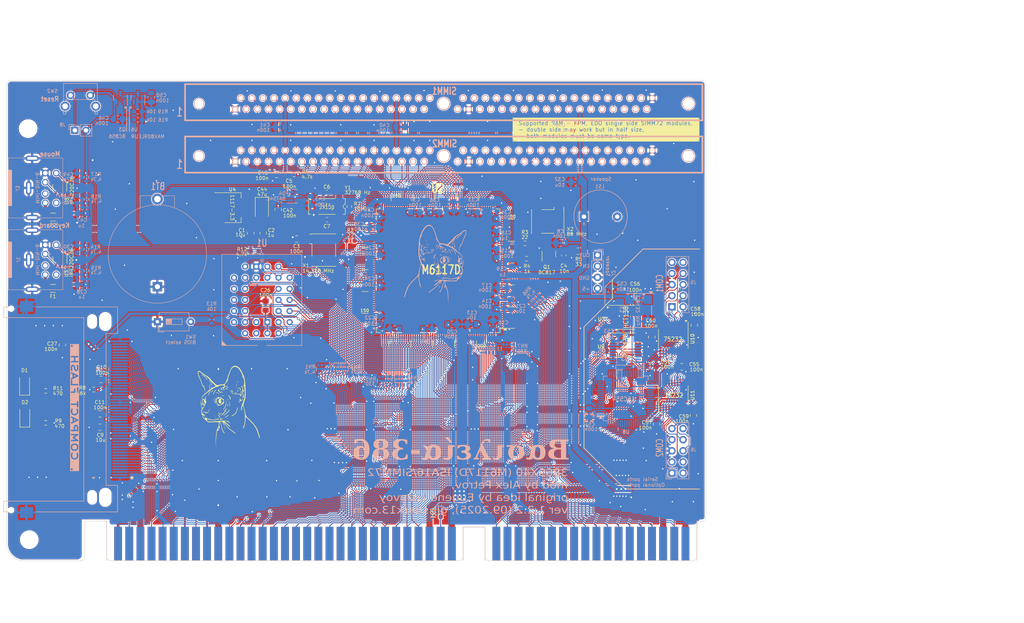
<source format=kicad_pcb>
(kicad_pcb
	(version 20241229)
	(generator "pcbnew")
	(generator_version "9.0")
	(general
		(thickness 1.6)
		(legacy_teardrops no)
	)
	(paper "A4")
	(title_block
		(title "Basilea 386SX (M6117D) Mainboard ISA16 SIMM72")
		(date "2025-09-13")
		(rev "1.2.2")
		(company "Alexander Petrov")
	)
	(layers
		(0 "F.Cu" signal)
		(2 "B.Cu" signal)
		(9 "F.Adhes" user "F.Adhesive")
		(11 "B.Adhes" user "B.Adhesive")
		(13 "F.Paste" user)
		(15 "B.Paste" user)
		(5 "F.SilkS" user "F.Silkscreen")
		(7 "B.SilkS" user "B.Silkscreen")
		(1 "F.Mask" user)
		(3 "B.Mask" user)
		(17 "Dwgs.User" user "User.Drawings")
		(19 "Cmts.User" user "User.Comments")
		(21 "Eco1.User" user "User.Eco1")
		(23 "Eco2.User" user "User.Eco2")
		(25 "Edge.Cuts" user)
		(27 "Margin" user)
		(31 "F.CrtYd" user "F.Courtyard")
		(29 "B.CrtYd" user "B.Courtyard")
		(35 "F.Fab" user)
		(33 "B.Fab" user)
	)
	(setup
		(stackup
			(layer "F.SilkS"
				(type "Top Silk Screen")
			)
			(layer "F.Paste"
				(type "Top Solder Paste")
			)
			(layer "F.Mask"
				(type "Top Solder Mask")
				(color "Blue")
				(thickness 0.01)
			)
			(layer "F.Cu"
				(type "copper")
				(thickness 0.035)
			)
			(layer "dielectric 1"
				(type "core")
				(thickness 1.51)
				(material "FR4")
				(epsilon_r 4.5)
				(loss_tangent 0.02)
			)
			(layer "B.Cu"
				(type "copper")
				(thickness 0.035)
			)
			(layer "B.Mask"
				(type "Bottom Solder Mask")
				(color "Blue")
				(thickness 0.01)
			)
			(layer "B.Paste"
				(type "Bottom Solder Paste")
			)
			(layer "B.SilkS"
				(type "Bottom Silk Screen")
			)
			(copper_finish "None")
			(dielectric_constraints no)
		)
		(pad_to_mask_clearance 0)
		(allow_soldermask_bridges_in_footprints yes)
		(tenting front back)
		(grid_origin 149.4 47.6)
		(pcbplotparams
			(layerselection 0x00000000_00000000_55555555_575555ff)
			(plot_on_all_layers_selection 0x00000000_00000000_00000000_00000000)
			(disableapertmacros no)
			(usegerberextensions yes)
			(usegerberattributes yes)
			(usegerberadvancedattributes yes)
			(creategerberjobfile yes)
			(dashed_line_dash_ratio 12.000000)
			(dashed_line_gap_ratio 3.000000)
			(svgprecision 6)
			(plotframeref no)
			(mode 1)
			(useauxorigin no)
			(hpglpennumber 1)
			(hpglpenspeed 20)
			(hpglpendiameter 15.000000)
			(pdf_front_fp_property_popups yes)
			(pdf_back_fp_property_popups yes)
			(pdf_metadata yes)
			(pdf_single_document no)
			(dxfpolygonmode yes)
			(dxfimperialunits yes)
			(dxfusepcbnewfont yes)
			(psnegative no)
			(psa4output no)
			(plot_black_and_white yes)
			(sketchpadsonfab no)
			(plotpadnumbers no)
			(hidednponfab no)
			(sketchdnponfab yes)
			(crossoutdnponfab yes)
			(subtractmaskfromsilk yes)
			(outputformat 1)
			(mirror no)
			(drillshape 0)
			(scaleselection 1)
			(outputdirectory "gerber/")
		)
	)
	(net 0 "")
	(net 1 "GND")
	(net 2 "+5V")
	(net 3 "Net-(Q1-C)")
	(net 4 "/DACK1")
	(net 5 "/DACK0")
	(net 6 "Net-(U2-XTAL1)")
	(net 7 "Net-(U2-XTAL2)")
	(net 8 "+BATT")
	(net 9 "+3V3")
	(net 10 "/MEMW")
	(net 11 "/MEMR")
	(net 12 "/REFRESH")
	(net 13 "/MEMCS16")
	(net 14 "/MASTER")
	(net 15 "/IOCS16")
	(net 16 "/DACK5")
	(net 17 "/TC")
	(net 18 "/IOCHRDY")
	(net 19 "/AEN")
	(net 20 "/SD8")
	(net 21 "/SD9")
	(net 22 "/SD10")
	(net 23 "/SD11")
	(net 24 "/SD12")
	(net 25 "/SD13")
	(net 26 "/SD14")
	(net 27 "/SD15")
	(net 28 "/KBSJ")
	(net 29 "/XD7")
	(net 30 "/XD6")
	(net 31 "/XD5")
	(net 32 "/XD4")
	(net 33 "/XD3")
	(net 34 "/BD15")
	(net 35 "/BD14")
	(net 36 "/BD13")
	(net 37 "/BD12")
	(net 38 "/BD11")
	(net 39 "/BD10")
	(net 40 "/BD9")
	(net 41 "/BD8")
	(net 42 "/BD7")
	(net 43 "/BD6")
	(net 44 "/BD5")
	(net 45 "/BD4")
	(net 46 "/BD3")
	(net 47 "/BD2")
	(net 48 "/BD1")
	(net 49 "/BD0")
	(net 50 "/XD2")
	(net 51 "/XD1")
	(net 52 "/XD0")
	(net 53 "/SD7")
	(net 54 "/SD6")
	(net 55 "/SD5")
	(net 56 "/SD4")
	(net 57 "/SD3")
	(net 58 "/SD2")
	(net 59 "/SD1")
	(net 60 "/SD0")
	(net 61 "/SA15")
	(net 62 "/SA14")
	(net 63 "/SA13")
	(net 64 "/SA12")
	(net 65 "/SA11")
	(net 66 "/SA10")
	(net 67 "/SA9")
	(net 68 "/SA8")
	(net 69 "/SA7")
	(net 70 "/SA6")
	(net 71 "/SA5")
	(net 72 "/SA4")
	(net 73 "/SA3")
	(net 74 "/SA2")
	(net 75 "/SA1")
	(net 76 "/SA0")
	(net 77 "/SPKR")
	(net 78 "/WEJ")
	(net 79 "/RASJ0")
	(net 80 "/MA0")
	(net 81 "/MA1")
	(net 82 "/MA2")
	(net 83 "/MA3")
	(net 84 "/MA4")
	(net 85 "/MA5")
	(net 86 "/MA6")
	(net 87 "/MA7")
	(net 88 "/MA8")
	(net 89 "/MA9")
	(net 90 "/CAS0J1")
	(net 91 "/CAS0J0")
	(net 92 "/CAS1J0")
	(net 93 "/CAS1J1")
	(net 94 "/RASJ1")
	(net 95 "/MSCLK")
	(net 96 "/KBCLK")
	(net 97 "/KBDAT")
	(net 98 "/MSDAT")
	(net 99 "unconnected-(CON1-~{CD2}-Pad25)")
	(net 100 "/LA23")
	(net 101 "/LA22")
	(net 102 "/LA21")
	(net 103 "/LA20")
	(net 104 "/LA19")
	(net 105 "/LA18")
	(net 106 "/LA17")
	(net 107 "-12V")
	(net 108 "+12V")
	(net 109 "/SMEMW")
	(net 110 "/IOW")
	(net 111 "/SMEMR")
	(net 112 "/RESETL")
	(net 113 "/IRQ14")
	(net 114 "/IOR")
	(net 115 "/HDCS0")
	(net 116 "/HDCS1")
	(net 117 "unconnected-(CON1-~{CD1}-Pad26)")
	(net 118 "/~{CF_BUSY}")
	(net 119 "unconnected-(CON1-~{VS1}-Pad33)")
	(net 120 "unconnected-(CON1-~{VS2}-Pad40)")
	(net 121 "/DRQ7")
	(net 122 "/DACK7")
	(net 123 "/SBHE")
	(net 124 "/DRQ6")
	(net 125 "/DACK6")
	(net 126 "/DRQ5")
	(net 127 "/DRQ0")
	(net 128 "/DACK2")
	(net 129 "/DRQ1")
	(net 130 "/DRQ3")
	(net 131 "/DACK3")
	(net 132 "/DRQ2")
	(net 133 "Net-(CON1-~{INPACK})")
	(net 134 "unconnected-(CON1-~{PDIAG}-Pad46)")
	(net 135 "/IRQ9")
	(net 136 "/IRQ7")
	(net 137 "/IRQ6")
	(net 138 "/IRQ5")
	(net 139 "/IRQ4")
	(net 140 "/IRQ3")
	(net 141 "/IRQ10")
	(net 142 "/IRQ11")
	(net 143 "/IRQ15")
	(net 144 "/SA19")
	(net 145 "/SA18")
	(net 146 "/SA17")
	(net 147 "/SA16")
	(net 148 "/IOCHK")
	(net 149 "/RSTDRV")
	(net 150 "/NOWS")
	(net 151 "/SYSCLK")
	(net 152 "/BALE")
	(net 153 "/14MHz")
	(net 154 "/CLK2")
	(net 155 "/PWG")
	(net 156 "Net-(D1-K)")
	(net 157 "Net-(D2-K)")
	(net 158 "unconnected-(J1-Pad2)")
	(net 159 "Net-(J8-Pin_1)")
	(net 160 "unconnected-(J1-Pad6)")
	(net 161 "Net-(J2-Pin_1)")
	(net 162 "Net-(J2-Pin_2)")
	(net 163 "unconnected-(J3-Pad6)")
	(net 164 "unconnected-(J3-Pad2)")
	(net 165 "Net-(Q1-B)")
	(net 166 "Net-(U2-OSC14M)")
	(net 167 "Net-(U2-BCLK2)")
	(net 168 "Net-(U1-A17)")
	(net 169 "unconnected-(RN5-R4.1-Pad4)")
	(net 170 "unconnected-(U2-GPIO5-Pad45)")
	(net 171 "unconnected-(U2-GPIO2-Pad42)")
	(net 172 "unconnected-(U2-GPIO0-Pad36)")
	(net 173 "unconnected-(U2-GPIO8-Pad47)")
	(net 174 "unconnected-(U2-GPIO4-Pad44)")
	(net 175 "unconnected-(U2-GPIO9-Pad55)")
	(net 176 "unconnected-(U2-RTCWJ-Pad114)")
	(net 177 "unconnected-(U2-GPIO14-Pad126)")
	(net 178 "unconnected-(U2-GPIO3-Pad43)")
	(net 179 "unconnected-(U2-RTCRJ-Pad115)")
	(net 180 "unconnected-(U2-ENPOWER-Pad35)")
	(net 181 "unconnected-(U2-GPIO7-Pad49)")
	(net 182 "unconnected-(U2-GPIO15-Pad127)")
	(net 183 "unconnected-(U2-GPIO6-Pad48)")
	(net 184 "unconnected-(U2-GPIO13-Pad78)")
	(net 185 "unconnected-(U2-GPIO12-Pad77)")
	(net 186 "unconnected-(U2-GPIO11-Pad57)")
	(net 187 "unconnected-(U2-GPIO1-Pad37)")
	(net 188 "unconnected-(U2-GPCS1J-Pad30)")
	(net 189 "unconnected-(U2-BCLK1-Pad41)")
	(net 190 "unconnected-(U2-GPIO10-Pad56)")
	(net 191 "unconnected-(U2-IRQ8J-Pad116)")
	(net 192 "unconnected-(U2-AS-Pad109)")
	(net 193 "unconnected-(U2-IRQ1{slash}KBINH-Pad124)")
	(net 194 "unconnected-(U2-TESTJ-Pad2)")
	(net 195 "unconnected-(U2-GPCS0J-Pad51)")
	(net 196 "unconnected-(U2-HDENJ-Pad33)")
	(net 197 "unconnected-(U3-Pad6)")
	(net 198 "unconnected-(U3-Pad3)")
	(net 199 "unconnected-(U5-Pad3)")
	(net 200 "unconnected-(U5-Pad6)")
	(net 201 "-5V")
	(net 202 "unconnected-(J4-IRQ12-Pad67)")
	(net 203 "Net-(J4-OSC)")
	(net 204 "/RASJ3")
	(net 205 "/RASJ2")
	(net 206 "/CAS3J1")
	(net 207 "/CAS3J0")
	(net 208 "/CAS2J1")
	(net 209 "/CAS2J0")
	(net 210 "Net-(BT1-+)")
	(net 211 "Net-(Q3-C)")
	(net 212 "unconnected-(SIMM1-PRD2-Pad69)")
	(net 213 "unconnected-(SIMM1-PRD0-Pad67)")
	(net 214 "unconnected-(SIMM1-PRD1-Pad68)")
	(net 215 "unconnected-(SIMM1-PRD3-Pad70)")
	(net 216 "/MA11")
	(net 217 "/MA10")
	(net 218 "unconnected-(SIMM2-PRD3-Pad70)")
	(net 219 "unconnected-(SIMM2-PRD0-Pad67)")
	(net 220 "unconnected-(SIMM2-PRD1-Pad68)")
	(net 221 "unconnected-(SIMM2-PRD2-Pad69)")
	(net 222 "unconnected-(RN3-R3.1-Pad3)")
	(net 223 "/DSR1")
	(net 224 "/RTS1")
	(net 225 "/RI1")
	(net 226 "/TX1")
	(net 227 "/CTS1")
	(net 228 "unconnected-(J5-Pin_10-Pad10)")
	(net 229 "/DCD1")
	(net 230 "/DTR1")
	(net 231 "/RX1")
	(net 232 "/RI2")
	(net 233 "/RX2")
	(net 234 "/DTR2")
	(net 235 "/RTS2")
	(net 236 "/CTS2")
	(net 237 "/DCD2")
	(net 238 "unconnected-(J6-Pin_10-Pad10)")
	(net 239 "/DSR2")
	(net 240 "/TX2")
	(net 241 "unconnected-(U7-O3-Pad12)")
	(net 242 "unconnected-(U7-O4-Pad11)")
	(net 243 "unconnected-(U7-O5-Pad10)")
	(net 244 "unconnected-(U7-O2-Pad13)")
	(net 245 "Net-(U7-O7)")
	(net 246 "unconnected-(U7-O0-Pad15)")
	(net 247 "unconnected-(U7-O1-Pad14)")
	(net 248 "unconnected-(U7-O6-Pad9)")
	(net 249 "/TX_COM1")
	(net 250 "/0x3E8")
	(net 251 "/TX_USB")
	(net 252 "/CTS_USB")
	(net 253 "Net-(U8-XTAL1)")
	(net 254 "/0x3F8")
	(net 255 "/UART_INTA")
	(net 256 "/RX_ESP")
	(net 257 "/RTS_COM1")
	(net 258 "/DSR_USB")
	(net 259 "/DTR_COM1")
	(net 260 "/UART_INTC")
	(net 261 "Net-(U8-CDA#)")
	(net 262 "/TX_ESP")
	(net 263 "/CTS_ESP")
	(net 264 "/UART_INTB")
	(net 265 "/RTS_USB")
	(net 266 "unconnected-(U8-XTAL2-Pad26)")
	(net 267 "/0x2E8")
	(net 268 "/UART_INTD")
	(net 269 "/DSR_COM1")
	(net 270 "/0x2F8")
	(net 271 "/CD_COM1")
	(net 272 "/RX_USB")
	(net 273 "/DSR_COM2")
	(net 274 "/RI_COM2")
	(net 275 "/TX_COM2")
	(net 276 "/DTR_COM2")
	(net 277 "/DTR_USB")
	(net 278 "/RTS_COM2")
	(net 279 "/RI_COM1")
	(net 280 "/CTS_COM1")
	(net 281 "/RX_COM2")
	(net 282 "/RX_COM1")
	(net 283 "/RTS_ESP")
	(net 284 "/CD_COM2")
	(net 285 "/CTS_COM2")
	(net 286 "unconnected-(U9-O1-Pad14)")
	(net 287 "unconnected-(U9-O2-Pad13)")
	(net 288 "unconnected-(U9-O0-Pad15)")
	(net 289 "unconnected-(U9-O3-Pad12)")
	(net 290 "unconnected-(U12-Pad6)")
	(net 291 "unconnected-(U12-Pad3)")
	(net 292 "unconnected-(SIMM1-NC{slash}~{RAS3}-Pad33)")
	(net 293 "unconnected-(SIMM1-NC{slash}~{RAS1}-Pad45)")
	(net 294 "unconnected-(SIMM2-NC{slash}~{RAS3}-Pad33)")
	(net 295 "unconnected-(SIMM2-NC{slash}~{RAS1}-Pad45)")
	(net 296 "Net-(F1-Pad2)")
	(net 297 "Net-(F2-Pad2)")
	(footprint "Resistor_SMD:R_0603_1608Metric_Pad0.98x0.95mm_HandSolder" (layer "F.Cu") (at 76.4 93.9))
	(footprint "Resistor_SMD:R_0805_2012Metric_Pad1.20x1.40mm_HandSolder" (layer "F.Cu") (at 150.2 94 180))
	(footprint "Package_SO:TSSOP-16_4.4x5mm_P0.65mm" (layer "F.Cu") (at 161.1 109.1))
	(footprint "Capacitor_SMD:C_0805_2012Metric_Pad1.18x1.45mm_HandSolder" (layer "F.Cu") (at 176.6034 131.4962 -90))
	(footprint "Resistor_SMD:R_0603_1608Metric_Pad0.98x0.95mm_HandSolder" (layer "F.Cu") (at 85.3939 76.4544))
	(footprint "Resistor_SMD:R_0603_1608Metric_Pad0.98x0.95mm_HandSolder" (layer "F.Cu") (at 118.9 153.7 -90))
	(footprint "Capacitor_Tantalum_SMD:CP_EIA-3528-21_Kemet-B_Pad1.50x2.35mm_HandSolder" (layer "F.Cu") (at 78.0514 84.3284 -90))
	(footprint "Capacitor_SMD:C_0603_1608Metric_Pad1.08x0.95mm_HandSolder" (layer "F.Cu") (at 147 94.9625 -90))
	(footprint "Package_SO:TSSOP-20_4.4x6.5mm_P0.65mm" (layer "F.Cu") (at 172 126.9 90))
	(footprint "MountingHole:MountingHole_3.7mm" (layer "F.Cu") (at 24.686 66))
	(footprint "Capacitor_SMD:C_0805_2012Metric_Pad1.18x1.45mm_HandSolder" (layer "F.Cu") (at 168.2 133.5 -90))
	(footprint "Resistor_SMD:R_0603_1608Metric_Pad0.98x0.95mm_HandSolder" (layer "F.Cu") (at 98.3 91.6 180))
	(footprint "Capacitor_SMD:C_0805_2012Metric_Pad1.18x1.45mm_HandSolder" (layer "F.Cu") (at 75.5 89.8625 90))
	(footprint "Capacitor_SMD:C_0603_1608Metric_Pad1.08x0.95mm_HandSolder" (layer "F.Cu") (at 92.9375 80.6 180))
	(footprint "LED_SMD:LED_1206_3216Metric_Pad1.42x1.75mm_HandSolder" (layer "F.Cu") (at 23.8732 124.4096 90))
	(footprint "Package_TO_SOT_SMD:SOT-223-3_TabPin2" (layer "F.Cu") (at 71.41 84.05))
	(footprint "Capacitor_SMD:C_0805_2012Metric_Pad1.18x1.45mm_HandSolder" (layer "F.Cu") (at 167.053 120.1678 180))
	(footprint "Resistor_SMD:R_0603_1608Metric_Pad0.98x0.95mm_HandSolder" (layer "F.Cu") (at 138.16 92.2))
	(footprint "Package_QFP:PQFP-208_28x28mm_P0.5mm" (layer "F.Cu") (at 118.3225 98.45 180))
	(footprint "Capacitor_SMD:C_0603_1608Metric_Pad1.08x0.95mm_HandSolder" (layer "F.Cu") (at 92.9375 86.8 180))
	(footprint "Capacitor_SMD:C_0805_2012Metric_Pad1.18x1.45mm_HandSolder" (layer "F.Cu") (at 173.9364 120.3964))
	(footprint "my:Oscillator_SMD_7050_7.0x5.0mm" (layer "F.Cu") (at 92.2 93.74 -90))
	(footprint "Capacitor_SMD:C_0805_2012Metric_Pad1.18x1.45mm_HandSolder" (layer "F.Cu") (at 84.2 80.6))
	(footprint "Resistor_SMD:R_0603_1608Metric_Pad0.98x0.95mm_HandSolder" (layer "F.Cu") (at 39.672 125.6 180))
	(footprint "Resistor_SMD:R_0603_1608Metric_Pad0.98x0.95mm_HandSolder" (layer "F.Cu") (at 28.7 133.2))
	(footprint "Package_SO:TSSOP-16_4.4x5mm_P0.65mm" (layer "F.Cu") (at 161.1 115.4))
	(footprint "Capacitor_SMD:C_0805_2012Metric_Pad1.18x1.45mm_HandSolder"
		(layer "F.Cu")
		(uuid "8049c827-459f-478b-bced-29c1ac331ecb")
		(at 78.9 106.4375 -90)
		(descr "Capacitor SMD 0805 (2012 Metric), square (rectangular) end terminal, IPC-7351 nominal with elongated pad for handsoldering. (Body size source: IPC-SM-782 page 76, https://www.pcb-3d.com/wordpress/wp-content/uploads/ipc-sm-782a_amendment_1_and_2.pdf, https://docs.google.com/spreadsheets/d/1BsfQQcO9C6DZCsRaXUlFlo91Tg2WpOkGARC1WS5S8t0/edit?usp=sharing), generated with kicad-footprint-generator")
		(tags "capacitor handsolder")
		(property "Reference" "C26"
			(at -3.5163 0.0104 180)
			(layer "F.SilkS")
			(uuid "716456f2-55ab-4926-8a23-fe596cd380d3")
			(effects
				(font
					(size 0.8 0.8)
					(thickness 0.11)
				)
			)
		)
		(property "Value" "100n"
			(at -2.4241 -0.015 180)
			(layer "F.SilkS")
			(uuid "599a7ea8-53e4-42cc-ac6c-8aa17bd21ce7")
			(effects
				(font
					(size 0.8 0.8)
					(thickness 0.11)
				)
			)
		)
		(property "Datasheet" "~"
			(at 0 0 90)
			(layer "F.Fab")
			(hide yes)
			(uuid "93a22522-5e3a-4d2f-90af-7ae2727e5ff8")
			(effects
				(font
					(size 1.27 1.27)
					(thickness 0.11)
				)
			)
		)
		(property "Description" ""
			(at 0 0 90)
			(layer "F.Fab")
			(hide yes)
			(uuid "9c35eaf9-33dc-4670-8545-250294f3c145")
			(effects
				(font
					(size 1.27 1.27)
					(thickness 0.11)
				)
			)
		)
		(property ki_fp_filters "C_*")
		(path "/ee68b27a-7bb2-4c3b-a7af-0f2906fa8ca5")
		(sheetname "/")
		(sheetfile "basilea.kicad_sch")
		(attr smd)
		(fp_line
			(start -0.261252 0.735)
			(end 0.261252 0.735)
			(stroke
				(width 0.12)
				(type solid)
			)
			(layer "F.SilkS")
			(uuid "b67958e1-1b51-416e-8730-6d0acde94413")
		)
		(fp_line
			(start -0.261252 -0.735)
			(end 0.261252 -0.735)
			(stroke
				(width 0.12)
				(type solid)
			)
			(layer "F.SilkS")
			(uuid "44f066af-0bbe-44b1-aaba-fabf59a5a39f")
		)
		(fp_line
			(start -1.88 0.98)
			(end -1.88 -0.98)
			(stroke
				(width 0.05)
				(type solid)
			)
			(layer "F.CrtYd")
			(uuid "3321aa51-aa7f-4a49-9dc1-a0d4594c0917")
		)
		(fp_line
			(start 1.88 0.98)
			(end -1.88 0.98)
			(stroke
				(width 0.05)
				(type solid)
			)
			(layer "F.CrtYd")
			(uuid "cd12e024-f0b9-4809-a749-e4a3ecea1ee3")
		)
		(fp_line
			(start -1.88 -0.98)
			(end 1.88 -0.98)
			(stroke
				(width 0.05)
				(type solid)
			)
			(layer "F.CrtYd")
			(uuid "8f2de33f-1612-49fc-833c-1bce344f600c")
		)
		(fp_line
			(start 1.88 -0.98)
			(end 1.88 0.98)
			(stroke
				(width 0.05)
				(type solid)
			)
			(layer "F.CrtYd")
			(uuid "458bf934-ecbd-41c6-981d-9299916a565b")
		)
		(fp_line
			(start -1 0.625)
			(end -1 -0.625)
			(stroke
				(width 0.1)
				(type solid)
			)
			(layer "F.Fab")
			(uuid "ebb5145b-3436-4b85-a270-993a188f9b0b")
		)
		(fp_line
			(start 1 0.625)
			(end -1 0.625)
			(stroke
				(width 0.1)
				(type solid)
			)
			(layer "F.Fab")
			(uuid "9ccb22e5-6c9d-4e8c-8a67-ed05601afce3")
		)
		(fp_line
			(start -1 -0.625)
			(end 1 -0.625)
			(stroke
				(width 0.1)
				(type solid)
			)
			(layer "F.Fab")
			(uuid "1ebf8775-adf4-4111-b4d8-b1da8886a470")
		)
		(fp_line
			(start 1 -0.625)
			(end 1 0.625)
			(stroke
				(width 0.1)
				(type solid)
			)
			(layer "F.Fab")
			(uuid "2fe34ee9-548a-4e25-a6df-9c72203d8c73")
		)
		(fp_text user "${REFERENCE}"
			(at 0 0 90)
			(layer "F.Fab")
			(uuid "e13d91f7-b984-49d1-8821-670431c22a62")
			(effects
				(font
					(size 0.5 0.5)
					(thickness 0.08)
				)
			)
		)
		(pad "1" smd roundrect
			(at -1.0375 0 270)
			(size 1.175 1.45)
			(layers "F.Cu" "F.Mask" "F.Paste")
			(roundrect_rratio 0.212766)
			(net 1 "GND")
			(pintype "passive")
			(uuid "4264f72d-51d0-41bd-8407-e759c91c0894")
		)
		(pad "2" smd roundrect
			(at 1.0375 0 270)
			(size 1.175 1.45)
			(layers "F.Cu" "F.Mask" "F.Paste")
			(roundrect_rratio 0.212766)
			(net 2 "+5V")
			(pintype "passive")
			(uuid "1b1ccd2a-1c5c-4d75-96bc-7a4c4d338c
... [3377424 chars truncated]
</source>
